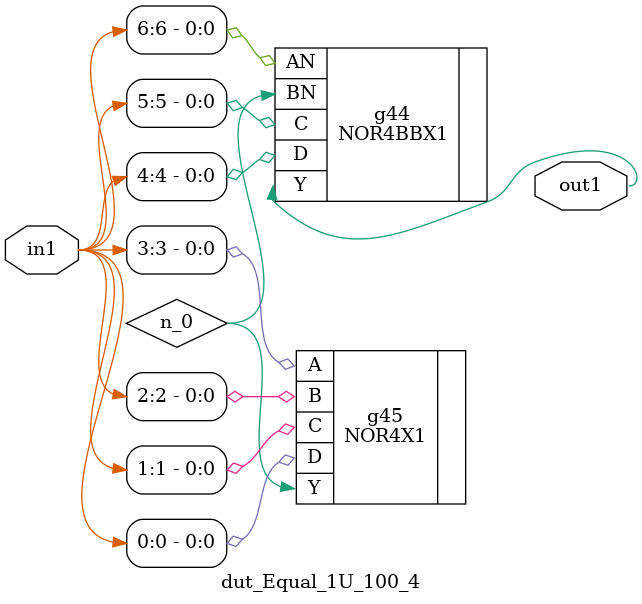
<source format=v>
`timescale 1ps / 1ps


module dut_Equal_1U_100_4(in1, out1);
  input [6:0] in1;
  output out1;
  wire [6:0] in1;
  wire out1;
  wire n_0;
  NOR4BBX1 g44(.AN (in1[6]), .BN (n_0), .C (in1[5]), .D (in1[4]), .Y
       (out1));
  NOR4X1 g45(.A (in1[3]), .B (in1[2]), .C (in1[1]), .D (in1[0]), .Y
       (n_0));
endmodule



</source>
